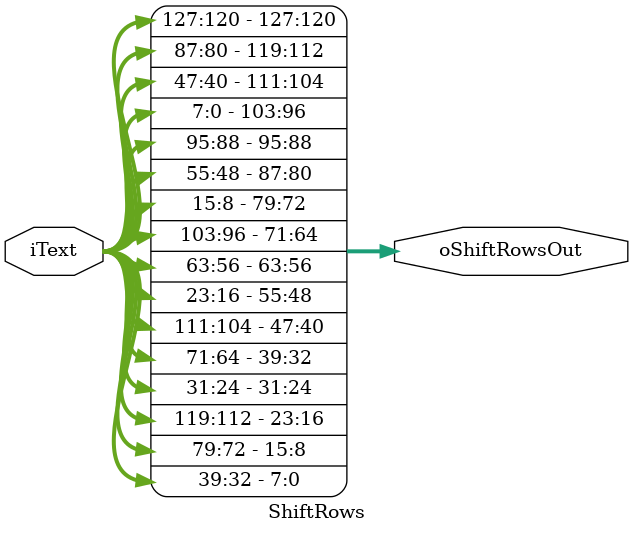
<source format=v>
module ShiftRows(
  input[127:0] iText,
  output[127:0] oShiftRowsOut
);
/*
  // no shift 0, 4, 8, 12
  assign oShiftRowsOut[0:7] = iText[0:7];
  assign oShiftRowsOut[32:39] = iText[32:39];
  assign oShiftRowsOut[64:71] = iText[64:71];
  assign oShiftRowsOut[96:103] = iText[96:103];
	
  // shift 1 (1,5,9,13)
  assign oShiftRowsOut[:8] = iText[47:40];
  assign oShiftRowsOut[47:40] = iText[79:72];
  assign oShiftRowsOut[79:72] = iText[111:104];
  assign oShiftRowsOut[111:104] = iText[15:8];
	
  // shift 2 (2,6,10,14)
  assign oShiftRowsOut[23:16] = iText[87:80];
  assign oShiftRowsOut[55:48] = iText[119:112];
  assign oShiftRowsOut[87:80] = iText[23:16];
  assign oShiftRowsOut[119:112] = iText[55:48];
	
  // shift 3 (3,7,11,15)
  assign oShiftRowsOut[31:24] = iText[127:120];
  assign oShiftRowsOut[63:56] = iText[31:24];
  assign oShiftRowsOut[95:88] = iText[63:56];
  assign oShiftRowsOut[127:120] = iText[95:88];
*/

//shift3
assign oShiftRowsOut[0+:8] = iText[32+:8];
assign oShiftRowsOut[32+:8] = iText[64+:8];
assign oShiftRowsOut[64+:8] = iText[96+:8];
assign oShiftRowsOut[96+:8] = iText[0+:8];

//shift 2
assign oShiftRowsOut[8+:8] = iText[72+:8];
assign oShiftRowsOut[40+:8] = iText[104+:8];
assign oShiftRowsOut[72+:8] = iText[8+:8];
assign oShiftRowsOut[104+:8] = iText[40+:8];

//shift 1
assign oShiftRowsOut[16+:8] = iText[112+:8];
assign oShiftRowsOut[48+:8] = iText[16+:8];
assign oShiftRowsOut[80+:8] = iText[48+:8];
assign oShiftRowsOut[112+:8] = iText[80+:8];

//no shift
assign oShiftRowsOut[24+:8] = iText[24+:8];
assign oShiftRowsOut[56+:8] = iText[56+:8];
assign oShiftRowsOut[88+:8] = iText[88+:8];
assign oShiftRowsOut[120+:8] = iText[120+:8];

endmodule

</source>
